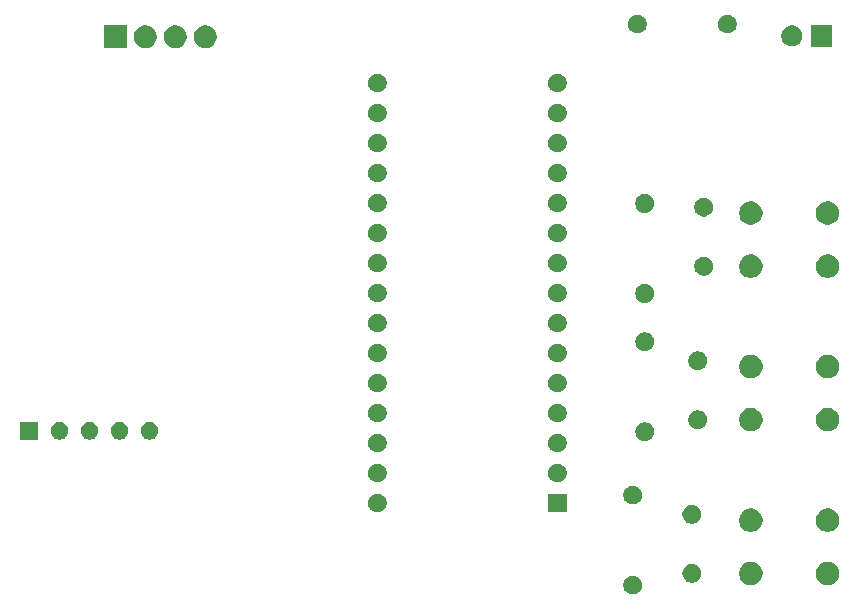
<source format=gbr>
G04 #@! TF.GenerationSoftware,KiCad,Pcbnew,9.0.4*
G04 #@! TF.CreationDate,2025-08-25T12:39:34+03:00*
G04 #@! TF.ProjectId,power supply,706f7765-7220-4737-9570-706c792e6b69,rev?*
G04 #@! TF.SameCoordinates,Original*
G04 #@! TF.FileFunction,Soldermask,Top*
G04 #@! TF.FilePolarity,Negative*
%FSLAX46Y46*%
G04 Gerber Fmt 4.6, Leading zero omitted, Abs format (unit mm)*
G04 Created by KiCad (PCBNEW 9.0.4) date 2025-08-25 12:39:34*
%MOMM*%
%LPD*%
G01*
G04 APERTURE LIST*
G04 APERTURE END LIST*
G36*
X146832228Y-122934448D02*
G01*
X146977117Y-122994463D01*
X147107515Y-123081592D01*
X147218408Y-123192485D01*
X147305537Y-123322883D01*
X147365552Y-123467772D01*
X147396148Y-123621586D01*
X147396148Y-123778414D01*
X147365552Y-123932228D01*
X147305537Y-124077117D01*
X147218408Y-124207515D01*
X147107515Y-124318408D01*
X146977117Y-124405537D01*
X146832228Y-124465552D01*
X146678414Y-124496148D01*
X146521586Y-124496148D01*
X146367772Y-124465552D01*
X146222883Y-124405537D01*
X146092485Y-124318408D01*
X145981592Y-124207515D01*
X145894463Y-124077117D01*
X145834448Y-123932228D01*
X145803852Y-123778414D01*
X145803852Y-123621586D01*
X145834448Y-123467772D01*
X145894463Y-123322883D01*
X145981592Y-123192485D01*
X146092485Y-123081592D01*
X146222883Y-122994463D01*
X146367772Y-122934448D01*
X146521586Y-122903852D01*
X146678414Y-122903852D01*
X146832228Y-122934448D01*
G37*
G36*
X156890285Y-121743060D02*
G01*
X157071397Y-121818079D01*
X157234393Y-121926990D01*
X157373010Y-122065607D01*
X157481921Y-122228603D01*
X157556940Y-122409715D01*
X157595185Y-122601983D01*
X157595185Y-122798017D01*
X157556940Y-122990285D01*
X157481921Y-123171397D01*
X157373010Y-123334393D01*
X157234393Y-123473010D01*
X157071397Y-123581921D01*
X156890285Y-123656940D01*
X156698017Y-123695185D01*
X156501983Y-123695185D01*
X156309715Y-123656940D01*
X156128603Y-123581921D01*
X155965607Y-123473010D01*
X155826990Y-123334393D01*
X155718079Y-123171397D01*
X155643060Y-122990285D01*
X155604815Y-122798017D01*
X155604815Y-122601983D01*
X155643060Y-122409715D01*
X155718079Y-122228603D01*
X155826990Y-122065607D01*
X155965607Y-121926990D01*
X156128603Y-121818079D01*
X156309715Y-121743060D01*
X156501983Y-121704815D01*
X156698017Y-121704815D01*
X156890285Y-121743060D01*
G37*
G36*
X163390285Y-121743060D02*
G01*
X163571397Y-121818079D01*
X163734393Y-121926990D01*
X163873010Y-122065607D01*
X163981921Y-122228603D01*
X164056940Y-122409715D01*
X164095185Y-122601983D01*
X164095185Y-122798017D01*
X164056940Y-122990285D01*
X163981921Y-123171397D01*
X163873010Y-123334393D01*
X163734393Y-123473010D01*
X163571397Y-123581921D01*
X163390285Y-123656940D01*
X163198017Y-123695185D01*
X163001983Y-123695185D01*
X162809715Y-123656940D01*
X162628603Y-123581921D01*
X162465607Y-123473010D01*
X162326990Y-123334393D01*
X162218079Y-123171397D01*
X162143060Y-122990285D01*
X162104815Y-122798017D01*
X162104815Y-122601983D01*
X162143060Y-122409715D01*
X162218079Y-122228603D01*
X162326990Y-122065607D01*
X162465607Y-121926990D01*
X162628603Y-121818079D01*
X162809715Y-121743060D01*
X163001983Y-121704815D01*
X163198017Y-121704815D01*
X163390285Y-121743060D01*
G37*
G36*
X151832228Y-121934448D02*
G01*
X151977117Y-121994463D01*
X152107515Y-122081592D01*
X152218408Y-122192485D01*
X152305537Y-122322883D01*
X152365552Y-122467772D01*
X152396148Y-122621586D01*
X152396148Y-122778414D01*
X152365552Y-122932228D01*
X152305537Y-123077117D01*
X152218408Y-123207515D01*
X152107515Y-123318408D01*
X151977117Y-123405537D01*
X151832228Y-123465552D01*
X151678414Y-123496148D01*
X151521586Y-123496148D01*
X151367772Y-123465552D01*
X151222883Y-123405537D01*
X151092485Y-123318408D01*
X150981592Y-123207515D01*
X150894463Y-123077117D01*
X150834448Y-122932228D01*
X150803852Y-122778414D01*
X150803852Y-122621586D01*
X150834448Y-122467772D01*
X150894463Y-122322883D01*
X150981592Y-122192485D01*
X151092485Y-122081592D01*
X151222883Y-121994463D01*
X151367772Y-121934448D01*
X151521586Y-121903852D01*
X151678414Y-121903852D01*
X151832228Y-121934448D01*
G37*
G36*
X156890285Y-117243060D02*
G01*
X157071397Y-117318079D01*
X157234393Y-117426990D01*
X157373010Y-117565607D01*
X157481921Y-117728603D01*
X157556940Y-117909715D01*
X157595185Y-118101983D01*
X157595185Y-118298017D01*
X157556940Y-118490285D01*
X157481921Y-118671397D01*
X157373010Y-118834393D01*
X157234393Y-118973010D01*
X157071397Y-119081921D01*
X156890285Y-119156940D01*
X156698017Y-119195185D01*
X156501983Y-119195185D01*
X156309715Y-119156940D01*
X156128603Y-119081921D01*
X155965607Y-118973010D01*
X155826990Y-118834393D01*
X155718079Y-118671397D01*
X155643060Y-118490285D01*
X155604815Y-118298017D01*
X155604815Y-118101983D01*
X155643060Y-117909715D01*
X155718079Y-117728603D01*
X155826990Y-117565607D01*
X155965607Y-117426990D01*
X156128603Y-117318079D01*
X156309715Y-117243060D01*
X156501983Y-117204815D01*
X156698017Y-117204815D01*
X156890285Y-117243060D01*
G37*
G36*
X163390285Y-117243060D02*
G01*
X163571397Y-117318079D01*
X163734393Y-117426990D01*
X163873010Y-117565607D01*
X163981921Y-117728603D01*
X164056940Y-117909715D01*
X164095185Y-118101983D01*
X164095185Y-118298017D01*
X164056940Y-118490285D01*
X163981921Y-118671397D01*
X163873010Y-118834393D01*
X163734393Y-118973010D01*
X163571397Y-119081921D01*
X163390285Y-119156940D01*
X163198017Y-119195185D01*
X163001983Y-119195185D01*
X162809715Y-119156940D01*
X162628603Y-119081921D01*
X162465607Y-118973010D01*
X162326990Y-118834393D01*
X162218079Y-118671397D01*
X162143060Y-118490285D01*
X162104815Y-118298017D01*
X162104815Y-118101983D01*
X162143060Y-117909715D01*
X162218079Y-117728603D01*
X162326990Y-117565607D01*
X162465607Y-117426990D01*
X162628603Y-117318079D01*
X162809715Y-117243060D01*
X163001983Y-117204815D01*
X163198017Y-117204815D01*
X163390285Y-117243060D01*
G37*
G36*
X151832228Y-116934448D02*
G01*
X151977117Y-116994463D01*
X152107515Y-117081592D01*
X152218408Y-117192485D01*
X152305537Y-117322883D01*
X152365552Y-117467772D01*
X152396148Y-117621586D01*
X152396148Y-117778414D01*
X152365552Y-117932228D01*
X152305537Y-118077117D01*
X152218408Y-118207515D01*
X152107515Y-118318408D01*
X151977117Y-118405537D01*
X151832228Y-118465552D01*
X151678414Y-118496148D01*
X151521586Y-118496148D01*
X151367772Y-118465552D01*
X151222883Y-118405537D01*
X151092485Y-118318408D01*
X150981592Y-118207515D01*
X150894463Y-118077117D01*
X150834448Y-117932228D01*
X150803852Y-117778414D01*
X150803852Y-117621586D01*
X150834448Y-117467772D01*
X150894463Y-117322883D01*
X150981592Y-117192485D01*
X151092485Y-117081592D01*
X151222883Y-116994463D01*
X151367772Y-116934448D01*
X151521586Y-116903852D01*
X151678414Y-116903852D01*
X151832228Y-116934448D01*
G37*
G36*
X141010000Y-117550000D02*
G01*
X139410000Y-117550000D01*
X139410000Y-115950000D01*
X141010000Y-115950000D01*
X141010000Y-117550000D01*
G37*
G36*
X125202228Y-115984448D02*
G01*
X125347117Y-116044463D01*
X125477515Y-116131592D01*
X125588408Y-116242485D01*
X125675537Y-116372883D01*
X125735552Y-116517772D01*
X125766148Y-116671586D01*
X125766148Y-116828414D01*
X125735552Y-116982228D01*
X125675537Y-117127117D01*
X125588408Y-117257515D01*
X125477515Y-117368408D01*
X125347117Y-117455537D01*
X125202228Y-117515552D01*
X125048414Y-117546148D01*
X124891586Y-117546148D01*
X124737772Y-117515552D01*
X124592883Y-117455537D01*
X124462485Y-117368408D01*
X124351592Y-117257515D01*
X124264463Y-117127117D01*
X124204448Y-116982228D01*
X124173852Y-116828414D01*
X124173852Y-116671586D01*
X124204448Y-116517772D01*
X124264463Y-116372883D01*
X124351592Y-116242485D01*
X124462485Y-116131592D01*
X124592883Y-116044463D01*
X124737772Y-115984448D01*
X124891586Y-115953852D01*
X125048414Y-115953852D01*
X125202228Y-115984448D01*
G37*
G36*
X146832228Y-115314448D02*
G01*
X146977117Y-115374463D01*
X147107515Y-115461592D01*
X147218408Y-115572485D01*
X147305537Y-115702883D01*
X147365552Y-115847772D01*
X147396148Y-116001586D01*
X147396148Y-116158414D01*
X147365552Y-116312228D01*
X147305537Y-116457117D01*
X147218408Y-116587515D01*
X147107515Y-116698408D01*
X146977117Y-116785537D01*
X146832228Y-116845552D01*
X146678414Y-116876148D01*
X146521586Y-116876148D01*
X146367772Y-116845552D01*
X146222883Y-116785537D01*
X146092485Y-116698408D01*
X145981592Y-116587515D01*
X145894463Y-116457117D01*
X145834448Y-116312228D01*
X145803852Y-116158414D01*
X145803852Y-116001586D01*
X145834448Y-115847772D01*
X145894463Y-115702883D01*
X145981592Y-115572485D01*
X146092485Y-115461592D01*
X146222883Y-115374463D01*
X146367772Y-115314448D01*
X146521586Y-115283852D01*
X146678414Y-115283852D01*
X146832228Y-115314448D01*
G37*
G36*
X125202228Y-113444448D02*
G01*
X125347117Y-113504463D01*
X125477515Y-113591592D01*
X125588408Y-113702485D01*
X125675537Y-113832883D01*
X125735552Y-113977772D01*
X125766148Y-114131586D01*
X125766148Y-114288414D01*
X125735552Y-114442228D01*
X125675537Y-114587117D01*
X125588408Y-114717515D01*
X125477515Y-114828408D01*
X125347117Y-114915537D01*
X125202228Y-114975552D01*
X125048414Y-115006148D01*
X124891586Y-115006148D01*
X124737772Y-114975552D01*
X124592883Y-114915537D01*
X124462485Y-114828408D01*
X124351592Y-114717515D01*
X124264463Y-114587117D01*
X124204448Y-114442228D01*
X124173852Y-114288414D01*
X124173852Y-114131586D01*
X124204448Y-113977772D01*
X124264463Y-113832883D01*
X124351592Y-113702485D01*
X124462485Y-113591592D01*
X124592883Y-113504463D01*
X124737772Y-113444448D01*
X124891586Y-113413852D01*
X125048414Y-113413852D01*
X125202228Y-113444448D01*
G37*
G36*
X140442228Y-113444448D02*
G01*
X140587117Y-113504463D01*
X140717515Y-113591592D01*
X140828408Y-113702485D01*
X140915537Y-113832883D01*
X140975552Y-113977772D01*
X141006148Y-114131586D01*
X141006148Y-114288414D01*
X140975552Y-114442228D01*
X140915537Y-114587117D01*
X140828408Y-114717515D01*
X140717515Y-114828408D01*
X140587117Y-114915537D01*
X140442228Y-114975552D01*
X140288414Y-115006148D01*
X140131586Y-115006148D01*
X139977772Y-114975552D01*
X139832883Y-114915537D01*
X139702485Y-114828408D01*
X139591592Y-114717515D01*
X139504463Y-114587117D01*
X139444448Y-114442228D01*
X139413852Y-114288414D01*
X139413852Y-114131586D01*
X139444448Y-113977772D01*
X139504463Y-113832883D01*
X139591592Y-113702485D01*
X139702485Y-113591592D01*
X139832883Y-113504463D01*
X139977772Y-113444448D01*
X140131586Y-113413852D01*
X140288414Y-113413852D01*
X140442228Y-113444448D01*
G37*
G36*
X125202228Y-110904448D02*
G01*
X125347117Y-110964463D01*
X125477515Y-111051592D01*
X125588408Y-111162485D01*
X125675537Y-111292883D01*
X125735552Y-111437772D01*
X125766148Y-111591586D01*
X125766148Y-111748414D01*
X125735552Y-111902228D01*
X125675537Y-112047117D01*
X125588408Y-112177515D01*
X125477515Y-112288408D01*
X125347117Y-112375537D01*
X125202228Y-112435552D01*
X125048414Y-112466148D01*
X124891586Y-112466148D01*
X124737772Y-112435552D01*
X124592883Y-112375537D01*
X124462485Y-112288408D01*
X124351592Y-112177515D01*
X124264463Y-112047117D01*
X124204448Y-111902228D01*
X124173852Y-111748414D01*
X124173852Y-111591586D01*
X124204448Y-111437772D01*
X124264463Y-111292883D01*
X124351592Y-111162485D01*
X124462485Y-111051592D01*
X124592883Y-110964463D01*
X124737772Y-110904448D01*
X124891586Y-110873852D01*
X125048414Y-110873852D01*
X125202228Y-110904448D01*
G37*
G36*
X140442228Y-110904448D02*
G01*
X140587117Y-110964463D01*
X140717515Y-111051592D01*
X140828408Y-111162485D01*
X140915537Y-111292883D01*
X140975552Y-111437772D01*
X141006148Y-111591586D01*
X141006148Y-111748414D01*
X140975552Y-111902228D01*
X140915537Y-112047117D01*
X140828408Y-112177515D01*
X140717515Y-112288408D01*
X140587117Y-112375537D01*
X140442228Y-112435552D01*
X140288414Y-112466148D01*
X140131586Y-112466148D01*
X139977772Y-112435552D01*
X139832883Y-112375537D01*
X139702485Y-112288408D01*
X139591592Y-112177515D01*
X139504463Y-112047117D01*
X139444448Y-111902228D01*
X139413852Y-111748414D01*
X139413852Y-111591586D01*
X139444448Y-111437772D01*
X139504463Y-111292883D01*
X139591592Y-111162485D01*
X139702485Y-111051592D01*
X139832883Y-110964463D01*
X139977772Y-110904448D01*
X140131586Y-110873852D01*
X140288414Y-110873852D01*
X140442228Y-110904448D01*
G37*
G36*
X147832228Y-109934448D02*
G01*
X147977117Y-109994463D01*
X148107515Y-110081592D01*
X148218408Y-110192485D01*
X148305537Y-110322883D01*
X148365552Y-110467772D01*
X148396148Y-110621586D01*
X148396148Y-110778414D01*
X148365552Y-110932228D01*
X148305537Y-111077117D01*
X148218408Y-111207515D01*
X148107515Y-111318408D01*
X147977117Y-111405537D01*
X147832228Y-111465552D01*
X147678414Y-111496148D01*
X147521586Y-111496148D01*
X147367772Y-111465552D01*
X147222883Y-111405537D01*
X147092485Y-111318408D01*
X146981592Y-111207515D01*
X146894463Y-111077117D01*
X146834448Y-110932228D01*
X146803852Y-110778414D01*
X146803852Y-110621586D01*
X146834448Y-110467772D01*
X146894463Y-110322883D01*
X146981592Y-110192485D01*
X147092485Y-110081592D01*
X147222883Y-109994463D01*
X147367772Y-109934448D01*
X147521586Y-109903852D01*
X147678414Y-109903852D01*
X147832228Y-109934448D01*
G37*
G36*
X96282000Y-111382000D02*
G01*
X94758000Y-111382000D01*
X94758000Y-109858000D01*
X96282000Y-109858000D01*
X96282000Y-111382000D01*
G37*
G36*
X98281197Y-109890811D02*
G01*
X98419204Y-109947976D01*
X98543408Y-110030966D01*
X98649034Y-110136592D01*
X98732024Y-110260796D01*
X98789189Y-110398803D01*
X98818331Y-110545311D01*
X98818331Y-110694689D01*
X98789189Y-110841197D01*
X98732024Y-110979204D01*
X98649034Y-111103408D01*
X98543408Y-111209034D01*
X98419204Y-111292024D01*
X98281197Y-111349189D01*
X98134689Y-111378331D01*
X97985311Y-111378331D01*
X97838803Y-111349189D01*
X97700796Y-111292024D01*
X97576592Y-111209034D01*
X97470966Y-111103408D01*
X97387976Y-110979204D01*
X97330811Y-110841197D01*
X97301669Y-110694689D01*
X97301669Y-110545311D01*
X97330811Y-110398803D01*
X97387976Y-110260796D01*
X97470966Y-110136592D01*
X97576592Y-110030966D01*
X97700796Y-109947976D01*
X97838803Y-109890811D01*
X97985311Y-109861669D01*
X98134689Y-109861669D01*
X98281197Y-109890811D01*
G37*
G36*
X100821197Y-109890811D02*
G01*
X100959204Y-109947976D01*
X101083408Y-110030966D01*
X101189034Y-110136592D01*
X101272024Y-110260796D01*
X101329189Y-110398803D01*
X101358331Y-110545311D01*
X101358331Y-110694689D01*
X101329189Y-110841197D01*
X101272024Y-110979204D01*
X101189034Y-111103408D01*
X101083408Y-111209034D01*
X100959204Y-111292024D01*
X100821197Y-111349189D01*
X100674689Y-111378331D01*
X100525311Y-111378331D01*
X100378803Y-111349189D01*
X100240796Y-111292024D01*
X100116592Y-111209034D01*
X100010966Y-111103408D01*
X99927976Y-110979204D01*
X99870811Y-110841197D01*
X99841669Y-110694689D01*
X99841669Y-110545311D01*
X99870811Y-110398803D01*
X99927976Y-110260796D01*
X100010966Y-110136592D01*
X100116592Y-110030966D01*
X100240796Y-109947976D01*
X100378803Y-109890811D01*
X100525311Y-109861669D01*
X100674689Y-109861669D01*
X100821197Y-109890811D01*
G37*
G36*
X103361197Y-109890811D02*
G01*
X103499204Y-109947976D01*
X103623408Y-110030966D01*
X103729034Y-110136592D01*
X103812024Y-110260796D01*
X103869189Y-110398803D01*
X103898331Y-110545311D01*
X103898331Y-110694689D01*
X103869189Y-110841197D01*
X103812024Y-110979204D01*
X103729034Y-111103408D01*
X103623408Y-111209034D01*
X103499204Y-111292024D01*
X103361197Y-111349189D01*
X103214689Y-111378331D01*
X103065311Y-111378331D01*
X102918803Y-111349189D01*
X102780796Y-111292024D01*
X102656592Y-111209034D01*
X102550966Y-111103408D01*
X102467976Y-110979204D01*
X102410811Y-110841197D01*
X102381669Y-110694689D01*
X102381669Y-110545311D01*
X102410811Y-110398803D01*
X102467976Y-110260796D01*
X102550966Y-110136592D01*
X102656592Y-110030966D01*
X102780796Y-109947976D01*
X102918803Y-109890811D01*
X103065311Y-109861669D01*
X103214689Y-109861669D01*
X103361197Y-109890811D01*
G37*
G36*
X105901197Y-109890811D02*
G01*
X106039204Y-109947976D01*
X106163408Y-110030966D01*
X106269034Y-110136592D01*
X106352024Y-110260796D01*
X106409189Y-110398803D01*
X106438331Y-110545311D01*
X106438331Y-110694689D01*
X106409189Y-110841197D01*
X106352024Y-110979204D01*
X106269034Y-111103408D01*
X106163408Y-111209034D01*
X106039204Y-111292024D01*
X105901197Y-111349189D01*
X105754689Y-111378331D01*
X105605311Y-111378331D01*
X105458803Y-111349189D01*
X105320796Y-111292024D01*
X105196592Y-111209034D01*
X105090966Y-111103408D01*
X105007976Y-110979204D01*
X104950811Y-110841197D01*
X104921669Y-110694689D01*
X104921669Y-110545311D01*
X104950811Y-110398803D01*
X105007976Y-110260796D01*
X105090966Y-110136592D01*
X105196592Y-110030966D01*
X105320796Y-109947976D01*
X105458803Y-109890811D01*
X105605311Y-109861669D01*
X105754689Y-109861669D01*
X105901197Y-109890811D01*
G37*
G36*
X156890285Y-108743060D02*
G01*
X157071397Y-108818079D01*
X157234393Y-108926990D01*
X157373010Y-109065607D01*
X157481921Y-109228603D01*
X157556940Y-109409715D01*
X157595185Y-109601983D01*
X157595185Y-109798017D01*
X157556940Y-109990285D01*
X157481921Y-110171397D01*
X157373010Y-110334393D01*
X157234393Y-110473010D01*
X157071397Y-110581921D01*
X156890285Y-110656940D01*
X156698017Y-110695185D01*
X156501983Y-110695185D01*
X156309715Y-110656940D01*
X156128603Y-110581921D01*
X155965607Y-110473010D01*
X155826990Y-110334393D01*
X155718079Y-110171397D01*
X155643060Y-109990285D01*
X155604815Y-109798017D01*
X155604815Y-109601983D01*
X155643060Y-109409715D01*
X155718079Y-109228603D01*
X155826990Y-109065607D01*
X155965607Y-108926990D01*
X156128603Y-108818079D01*
X156309715Y-108743060D01*
X156501983Y-108704815D01*
X156698017Y-108704815D01*
X156890285Y-108743060D01*
G37*
G36*
X163390285Y-108743060D02*
G01*
X163571397Y-108818079D01*
X163734393Y-108926990D01*
X163873010Y-109065607D01*
X163981921Y-109228603D01*
X164056940Y-109409715D01*
X164095185Y-109601983D01*
X164095185Y-109798017D01*
X164056940Y-109990285D01*
X163981921Y-110171397D01*
X163873010Y-110334393D01*
X163734393Y-110473010D01*
X163571397Y-110581921D01*
X163390285Y-110656940D01*
X163198017Y-110695185D01*
X163001983Y-110695185D01*
X162809715Y-110656940D01*
X162628603Y-110581921D01*
X162465607Y-110473010D01*
X162326990Y-110334393D01*
X162218079Y-110171397D01*
X162143060Y-109990285D01*
X162104815Y-109798017D01*
X162104815Y-109601983D01*
X162143060Y-109409715D01*
X162218079Y-109228603D01*
X162326990Y-109065607D01*
X162465607Y-108926990D01*
X162628603Y-108818079D01*
X162809715Y-108743060D01*
X163001983Y-108704815D01*
X163198017Y-108704815D01*
X163390285Y-108743060D01*
G37*
G36*
X152332228Y-108934448D02*
G01*
X152477117Y-108994463D01*
X152607515Y-109081592D01*
X152718408Y-109192485D01*
X152805537Y-109322883D01*
X152865552Y-109467772D01*
X152896148Y-109621586D01*
X152896148Y-109778414D01*
X152865552Y-109932228D01*
X152805537Y-110077117D01*
X152718408Y-110207515D01*
X152607515Y-110318408D01*
X152477117Y-110405537D01*
X152332228Y-110465552D01*
X152178414Y-110496148D01*
X152021586Y-110496148D01*
X151867772Y-110465552D01*
X151722883Y-110405537D01*
X151592485Y-110318408D01*
X151481592Y-110207515D01*
X151394463Y-110077117D01*
X151334448Y-109932228D01*
X151303852Y-109778414D01*
X151303852Y-109621586D01*
X151334448Y-109467772D01*
X151394463Y-109322883D01*
X151481592Y-109192485D01*
X151592485Y-109081592D01*
X151722883Y-108994463D01*
X151867772Y-108934448D01*
X152021586Y-108903852D01*
X152178414Y-108903852D01*
X152332228Y-108934448D01*
G37*
G36*
X125202228Y-108364448D02*
G01*
X125347117Y-108424463D01*
X125477515Y-108511592D01*
X125588408Y-108622485D01*
X125675537Y-108752883D01*
X125735552Y-108897772D01*
X125766148Y-109051586D01*
X125766148Y-109208414D01*
X125735552Y-109362228D01*
X125675537Y-109507117D01*
X125588408Y-109637515D01*
X125477515Y-109748408D01*
X125347117Y-109835537D01*
X125202228Y-109895552D01*
X125048414Y-109926148D01*
X124891586Y-109926148D01*
X124737772Y-109895552D01*
X124592883Y-109835537D01*
X124462485Y-109748408D01*
X124351592Y-109637515D01*
X124264463Y-109507117D01*
X124204448Y-109362228D01*
X124173852Y-109208414D01*
X124173852Y-109051586D01*
X124204448Y-108897772D01*
X124264463Y-108752883D01*
X124351592Y-108622485D01*
X124462485Y-108511592D01*
X124592883Y-108424463D01*
X124737772Y-108364448D01*
X124891586Y-108333852D01*
X125048414Y-108333852D01*
X125202228Y-108364448D01*
G37*
G36*
X140442228Y-108364448D02*
G01*
X140587117Y-108424463D01*
X140717515Y-108511592D01*
X140828408Y-108622485D01*
X140915537Y-108752883D01*
X140975552Y-108897772D01*
X141006148Y-109051586D01*
X141006148Y-109208414D01*
X140975552Y-109362228D01*
X140915537Y-109507117D01*
X140828408Y-109637515D01*
X140717515Y-109748408D01*
X140587117Y-109835537D01*
X140442228Y-109895552D01*
X140288414Y-109926148D01*
X140131586Y-109926148D01*
X139977772Y-109895552D01*
X139832883Y-109835537D01*
X139702485Y-109748408D01*
X139591592Y-109637515D01*
X139504463Y-109507117D01*
X139444448Y-109362228D01*
X139413852Y-109208414D01*
X139413852Y-109051586D01*
X139444448Y-108897772D01*
X139504463Y-108752883D01*
X139591592Y-108622485D01*
X139702485Y-108511592D01*
X139832883Y-108424463D01*
X139977772Y-108364448D01*
X140131586Y-108333852D01*
X140288414Y-108333852D01*
X140442228Y-108364448D01*
G37*
G36*
X125202228Y-105824448D02*
G01*
X125347117Y-105884463D01*
X125477515Y-105971592D01*
X125588408Y-106082485D01*
X125675537Y-106212883D01*
X125735552Y-106357772D01*
X125766148Y-106511586D01*
X125766148Y-106668414D01*
X125735552Y-106822228D01*
X125675537Y-106967117D01*
X125588408Y-107097515D01*
X125477515Y-107208408D01*
X125347117Y-107295537D01*
X125202228Y-107355552D01*
X125048414Y-107386148D01*
X124891586Y-107386148D01*
X124737772Y-107355552D01*
X124592883Y-107295537D01*
X124462485Y-107208408D01*
X124351592Y-107097515D01*
X124264463Y-106967117D01*
X124204448Y-106822228D01*
X124173852Y-106668414D01*
X124173852Y-106511586D01*
X124204448Y-106357772D01*
X124264463Y-106212883D01*
X124351592Y-106082485D01*
X124462485Y-105971592D01*
X124592883Y-105884463D01*
X124737772Y-105824448D01*
X124891586Y-105793852D01*
X125048414Y-105793852D01*
X125202228Y-105824448D01*
G37*
G36*
X140442228Y-105824448D02*
G01*
X140587117Y-105884463D01*
X140717515Y-105971592D01*
X140828408Y-106082485D01*
X140915537Y-106212883D01*
X140975552Y-106357772D01*
X141006148Y-106511586D01*
X141006148Y-106668414D01*
X140975552Y-106822228D01*
X140915537Y-106967117D01*
X140828408Y-107097515D01*
X140717515Y-107208408D01*
X140587117Y-107295537D01*
X140442228Y-107355552D01*
X140288414Y-107386148D01*
X140131586Y-107386148D01*
X139977772Y-107355552D01*
X139832883Y-107295537D01*
X139702485Y-107208408D01*
X139591592Y-107097515D01*
X139504463Y-106967117D01*
X139444448Y-106822228D01*
X139413852Y-106668414D01*
X139413852Y-106511586D01*
X139444448Y-106357772D01*
X139504463Y-106212883D01*
X139591592Y-106082485D01*
X139702485Y-105971592D01*
X139832883Y-105884463D01*
X139977772Y-105824448D01*
X140131586Y-105793852D01*
X140288414Y-105793852D01*
X140442228Y-105824448D01*
G37*
G36*
X156890285Y-104243060D02*
G01*
X157071397Y-104318079D01*
X157234393Y-104426990D01*
X157373010Y-104565607D01*
X157481921Y-104728603D01*
X157556940Y-104909715D01*
X157595185Y-105101983D01*
X157595185Y-105298017D01*
X157556940Y-105490285D01*
X157481921Y-105671397D01*
X157373010Y-105834393D01*
X157234393Y-105973010D01*
X157071397Y-106081921D01*
X156890285Y-106156940D01*
X156698017Y-106195185D01*
X156501983Y-106195185D01*
X156309715Y-106156940D01*
X156128603Y-106081921D01*
X155965607Y-105973010D01*
X155826990Y-105834393D01*
X155718079Y-105671397D01*
X155643060Y-105490285D01*
X155604815Y-105298017D01*
X155604815Y-105101983D01*
X155643060Y-104909715D01*
X155718079Y-104728603D01*
X155826990Y-104565607D01*
X155965607Y-104426990D01*
X156128603Y-104318079D01*
X156309715Y-104243060D01*
X156501983Y-104204815D01*
X156698017Y-104204815D01*
X156890285Y-104243060D01*
G37*
G36*
X163390285Y-104243060D02*
G01*
X163571397Y-104318079D01*
X163734393Y-104426990D01*
X163873010Y-104565607D01*
X163981921Y-104728603D01*
X164056940Y-104909715D01*
X164095185Y-105101983D01*
X164095185Y-105298017D01*
X164056940Y-105490285D01*
X163981921Y-105671397D01*
X163873010Y-105834393D01*
X163734393Y-105973010D01*
X163571397Y-106081921D01*
X163390285Y-106156940D01*
X163198017Y-106195185D01*
X163001983Y-106195185D01*
X162809715Y-106156940D01*
X162628603Y-106081921D01*
X162465607Y-105973010D01*
X162326990Y-105834393D01*
X162218079Y-105671397D01*
X162143060Y-105490285D01*
X162104815Y-105298017D01*
X162104815Y-105101983D01*
X162143060Y-104909715D01*
X162218079Y-104728603D01*
X162326990Y-104565607D01*
X162465607Y-104426990D01*
X162628603Y-104318079D01*
X162809715Y-104243060D01*
X163001983Y-104204815D01*
X163198017Y-104204815D01*
X163390285Y-104243060D01*
G37*
G36*
X152332228Y-103934448D02*
G01*
X152477117Y-103994463D01*
X152607515Y-104081592D01*
X152718408Y-104192485D01*
X152805537Y-104322883D01*
X152865552Y-104467772D01*
X152896148Y-104621586D01*
X152896148Y-104778414D01*
X152865552Y-104932228D01*
X152805537Y-105077117D01*
X152718408Y-105207515D01*
X152607515Y-105318408D01*
X152477117Y-105405537D01*
X152332228Y-105465552D01*
X152178414Y-105496148D01*
X152021586Y-105496148D01*
X151867772Y-105465552D01*
X151722883Y-105405537D01*
X151592485Y-105318408D01*
X151481592Y-105207515D01*
X151394463Y-105077117D01*
X151334448Y-104932228D01*
X151303852Y-104778414D01*
X151303852Y-104621586D01*
X151334448Y-104467772D01*
X151394463Y-104322883D01*
X151481592Y-104192485D01*
X151592485Y-104081592D01*
X151722883Y-103994463D01*
X151867772Y-103934448D01*
X152021586Y-103903852D01*
X152178414Y-103903852D01*
X152332228Y-103934448D01*
G37*
G36*
X125202228Y-103284448D02*
G01*
X125347117Y-103344463D01*
X125477515Y-103431592D01*
X125588408Y-103542485D01*
X125675537Y-103672883D01*
X125735552Y-103817772D01*
X125766148Y-103971586D01*
X125766148Y-104128414D01*
X125735552Y-104282228D01*
X125675537Y-104427117D01*
X125588408Y-104557515D01*
X125477515Y-104668408D01*
X125347117Y-104755537D01*
X125202228Y-104815552D01*
X125048414Y-104846148D01*
X124891586Y-104846148D01*
X124737772Y-104815552D01*
X124592883Y-104755537D01*
X124462485Y-104668408D01*
X124351592Y-104557515D01*
X124264463Y-104427117D01*
X124204448Y-104282228D01*
X124173852Y-104128414D01*
X124173852Y-103971586D01*
X124204448Y-103817772D01*
X124264463Y-103672883D01*
X124351592Y-103542485D01*
X124462485Y-103431592D01*
X124592883Y-103344463D01*
X124737772Y-103284448D01*
X124891586Y-103253852D01*
X125048414Y-103253852D01*
X125202228Y-103284448D01*
G37*
G36*
X140442228Y-103284448D02*
G01*
X140587117Y-103344463D01*
X140717515Y-103431592D01*
X140828408Y-103542485D01*
X140915537Y-103672883D01*
X140975552Y-103817772D01*
X141006148Y-103971586D01*
X141006148Y-104128414D01*
X140975552Y-104282228D01*
X140915537Y-104427117D01*
X140828408Y-104557515D01*
X140717515Y-104668408D01*
X140587117Y-104755537D01*
X140442228Y-104815552D01*
X140288414Y-104846148D01*
X140131586Y-104846148D01*
X139977772Y-104815552D01*
X139832883Y-104755537D01*
X139702485Y-104668408D01*
X139591592Y-104557515D01*
X139504463Y-104427117D01*
X139444448Y-104282228D01*
X139413852Y-104128414D01*
X139413852Y-103971586D01*
X139444448Y-103817772D01*
X139504463Y-103672883D01*
X139591592Y-103542485D01*
X139702485Y-103431592D01*
X139832883Y-103344463D01*
X139977772Y-103284448D01*
X140131586Y-103253852D01*
X140288414Y-103253852D01*
X140442228Y-103284448D01*
G37*
G36*
X147832228Y-102314448D02*
G01*
X147977117Y-102374463D01*
X148107515Y-102461592D01*
X148218408Y-102572485D01*
X148305537Y-102702883D01*
X148365552Y-102847772D01*
X148396148Y-103001586D01*
X148396148Y-103158414D01*
X148365552Y-103312228D01*
X148305537Y-103457117D01*
X148218408Y-103587515D01*
X148107515Y-103698408D01*
X147977117Y-103785537D01*
X147832228Y-103845552D01*
X147678414Y-103876148D01*
X147521586Y-103876148D01*
X147367772Y-103845552D01*
X147222883Y-103785537D01*
X147092485Y-103698408D01*
X146981592Y-103587515D01*
X146894463Y-103457117D01*
X146834448Y-103312228D01*
X146803852Y-103158414D01*
X146803852Y-103001586D01*
X146834448Y-102847772D01*
X146894463Y-102702883D01*
X146981592Y-102572485D01*
X147092485Y-102461592D01*
X147222883Y-102374463D01*
X147367772Y-102314448D01*
X147521586Y-102283852D01*
X147678414Y-102283852D01*
X147832228Y-102314448D01*
G37*
G36*
X125202228Y-100744448D02*
G01*
X125347117Y-100804463D01*
X125477515Y-100891592D01*
X125588408Y-101002485D01*
X125675537Y-101132883D01*
X125735552Y-101277772D01*
X125766148Y-101431586D01*
X125766148Y-101588414D01*
X125735552Y-101742228D01*
X125675537Y-101887117D01*
X125588408Y-102017515D01*
X125477515Y-102128408D01*
X125347117Y-102215537D01*
X125202228Y-102275552D01*
X125048414Y-102306148D01*
X124891586Y-102306148D01*
X124737772Y-102275552D01*
X124592883Y-102215537D01*
X124462485Y-102128408D01*
X124351592Y-102017515D01*
X124264463Y-101887117D01*
X124204448Y-101742228D01*
X124173852Y-101588414D01*
X124173852Y-101431586D01*
X124204448Y-101277772D01*
X124264463Y-101132883D01*
X124351592Y-101002485D01*
X124462485Y-100891592D01*
X124592883Y-100804463D01*
X124737772Y-100744448D01*
X124891586Y-100713852D01*
X125048414Y-100713852D01*
X125202228Y-100744448D01*
G37*
G36*
X140442228Y-100744448D02*
G01*
X140587117Y-100804463D01*
X140717515Y-100891592D01*
X140828408Y-101002485D01*
X140915537Y-101132883D01*
X140975552Y-101277772D01*
X141006148Y-101431586D01*
X141006148Y-101588414D01*
X140975552Y-101742228D01*
X140915537Y-101887117D01*
X140828408Y-102017515D01*
X140717515Y-102128408D01*
X140587117Y-102215537D01*
X140442228Y-102275552D01*
X140288414Y-102306148D01*
X140131586Y-102306148D01*
X139977772Y-102275552D01*
X139832883Y-102215537D01*
X139702485Y-102128408D01*
X139591592Y-102017515D01*
X139504463Y-101887117D01*
X139444448Y-101742228D01*
X139413852Y-101588414D01*
X139413852Y-101431586D01*
X139444448Y-101277772D01*
X139504463Y-101132883D01*
X139591592Y-101002485D01*
X139702485Y-100891592D01*
X139832883Y-100804463D01*
X139977772Y-100744448D01*
X140131586Y-100713852D01*
X140288414Y-100713852D01*
X140442228Y-100744448D01*
G37*
G36*
X147832228Y-98244448D02*
G01*
X147977117Y-98304463D01*
X148107515Y-98391592D01*
X148218408Y-98502485D01*
X148305537Y-98632883D01*
X148365552Y-98777772D01*
X148396148Y-98931586D01*
X148396148Y-99088414D01*
X148365552Y-99242228D01*
X148305537Y-99387117D01*
X148218408Y-99517515D01*
X148107515Y-99628408D01*
X147977117Y-99715537D01*
X147832228Y-99775552D01*
X147678414Y-99806148D01*
X147521586Y-99806148D01*
X147367772Y-99775552D01*
X147222883Y-99715537D01*
X147092485Y-99628408D01*
X146981592Y-99517515D01*
X146894463Y-99387117D01*
X146834448Y-99242228D01*
X146803852Y-99088414D01*
X146803852Y-98931586D01*
X146834448Y-98777772D01*
X146894463Y-98632883D01*
X146981592Y-98502485D01*
X147092485Y-98391592D01*
X147222883Y-98304463D01*
X147367772Y-98244448D01*
X147521586Y-98213852D01*
X147678414Y-98213852D01*
X147832228Y-98244448D01*
G37*
G36*
X125202228Y-98204448D02*
G01*
X125347117Y-98264463D01*
X125477515Y-98351592D01*
X125588408Y-98462485D01*
X125675537Y-98592883D01*
X125735552Y-98737772D01*
X125766148Y-98891586D01*
X125766148Y-99048414D01*
X125735552Y-99202228D01*
X125675537Y-99347117D01*
X125588408Y-99477515D01*
X125477515Y-99588408D01*
X125347117Y-99675537D01*
X125202228Y-99735552D01*
X125048414Y-99766148D01*
X124891586Y-99766148D01*
X124737772Y-99735552D01*
X124592883Y-99675537D01*
X124462485Y-99588408D01*
X124351592Y-99477515D01*
X124264463Y-99347117D01*
X124204448Y-99202228D01*
X124173852Y-99048414D01*
X124173852Y-98891586D01*
X124204448Y-98737772D01*
X124264463Y-98592883D01*
X124351592Y-98462485D01*
X124462485Y-98351592D01*
X124592883Y-98264463D01*
X124737772Y-98204448D01*
X124891586Y-98173852D01*
X125048414Y-98173852D01*
X125202228Y-98204448D01*
G37*
G36*
X140442228Y-98204448D02*
G01*
X140587117Y-98264463D01*
X140717515Y-98351592D01*
X140828408Y-98462485D01*
X140915537Y-98592883D01*
X140975552Y-98737772D01*
X141006148Y-98891586D01*
X141006148Y-99048414D01*
X140975552Y-99202228D01*
X140915537Y-99347117D01*
X140828408Y-99477515D01*
X140717515Y-99588408D01*
X140587117Y-99675537D01*
X140442228Y-99735552D01*
X140288414Y-99766148D01*
X140131586Y-99766148D01*
X139977772Y-99735552D01*
X139832883Y-99675537D01*
X139702485Y-99588408D01*
X139591592Y-99477515D01*
X139504463Y-99347117D01*
X139444448Y-99202228D01*
X139413852Y-99048414D01*
X139413852Y-98891586D01*
X139444448Y-98737772D01*
X139504463Y-98592883D01*
X139591592Y-98462485D01*
X139702485Y-98351592D01*
X139832883Y-98264463D01*
X139977772Y-98204448D01*
X140131586Y-98173852D01*
X140288414Y-98173852D01*
X140442228Y-98204448D01*
G37*
G36*
X156890285Y-95743060D02*
G01*
X157071397Y-95818079D01*
X157234393Y-95926990D01*
X157373010Y-96065607D01*
X157481921Y-96228603D01*
X157556940Y-96409715D01*
X157595185Y-96601983D01*
X157595185Y-96798017D01*
X157556940Y-96990285D01*
X157481921Y-97171397D01*
X157373010Y-97334393D01*
X157234393Y-97473010D01*
X157071397Y-97581921D01*
X156890285Y-97656940D01*
X156698017Y-97695185D01*
X156501983Y-97695185D01*
X156309715Y-97656940D01*
X156128603Y-97581921D01*
X155965607Y-97473010D01*
X155826990Y-97334393D01*
X155718079Y-97171397D01*
X155643060Y-96990285D01*
X155604815Y-96798017D01*
X155604815Y-96601983D01*
X155643060Y-96409715D01*
X155718079Y-96228603D01*
X155826990Y-96065607D01*
X155965607Y-95926990D01*
X156128603Y-95818079D01*
X156309715Y-95743060D01*
X156501983Y-95704815D01*
X156698017Y-95704815D01*
X156890285Y-95743060D01*
G37*
G36*
X163390285Y-95743060D02*
G01*
X163571397Y-95818079D01*
X163734393Y-95926990D01*
X163873010Y-96065607D01*
X163981921Y-96228603D01*
X164056940Y-96409715D01*
X164095185Y-96601983D01*
X164095185Y-96798017D01*
X164056940Y-96990285D01*
X163981921Y-97171397D01*
X163873010Y-97334393D01*
X163734393Y-97473010D01*
X163571397Y-97581921D01*
X163390285Y-97656940D01*
X163198017Y-97695185D01*
X163001983Y-97695185D01*
X162809715Y-97656940D01*
X162628603Y-97581921D01*
X162465607Y-97473010D01*
X162326990Y-97334393D01*
X162218079Y-97171397D01*
X162143060Y-96990285D01*
X162104815Y-96798017D01*
X162104815Y-96601983D01*
X162143060Y-96409715D01*
X162218079Y-96228603D01*
X162326990Y-96065607D01*
X162465607Y-95926990D01*
X162628603Y-95818079D01*
X162809715Y-95743060D01*
X163001983Y-95704815D01*
X163198017Y-95704815D01*
X163390285Y-95743060D01*
G37*
G36*
X152832228Y-95934448D02*
G01*
X152977117Y-95994463D01*
X153107515Y-96081592D01*
X153218408Y-96192485D01*
X153305537Y-96322883D01*
X153365552Y-96467772D01*
X153396148Y-96621586D01*
X153396148Y-96778414D01*
X153365552Y-96932228D01*
X153305537Y-97077117D01*
X153218408Y-97207515D01*
X153107515Y-97318408D01*
X152977117Y-97405537D01*
X152832228Y-97465552D01*
X152678414Y-97496148D01*
X152521586Y-97496148D01*
X152367772Y-97465552D01*
X152222883Y-97405537D01*
X152092485Y-97318408D01*
X151981592Y-97207515D01*
X151894463Y-97077117D01*
X151834448Y-96932228D01*
X151803852Y-96778414D01*
X151803852Y-96621586D01*
X151834448Y-96467772D01*
X151894463Y-96322883D01*
X151981592Y-96192485D01*
X152092485Y-96081592D01*
X152222883Y-95994463D01*
X152367772Y-95934448D01*
X152521586Y-95903852D01*
X152678414Y-95903852D01*
X152832228Y-95934448D01*
G37*
G36*
X125202228Y-95664448D02*
G01*
X125347117Y-95724463D01*
X125477515Y-95811592D01*
X125588408Y-95922485D01*
X125675537Y-96052883D01*
X125735552Y-96197772D01*
X125766148Y-96351586D01*
X125766148Y-96508414D01*
X125735552Y-96662228D01*
X125675537Y-96807117D01*
X125588408Y-96937515D01*
X125477515Y-97048408D01*
X125347117Y-97135537D01*
X125202228Y-97195552D01*
X125048414Y-97226148D01*
X124891586Y-97226148D01*
X124737772Y-97195552D01*
X124592883Y-97135537D01*
X124462485Y-97048408D01*
X124351592Y-96937515D01*
X124264463Y-96807117D01*
X124204448Y-96662228D01*
X124173852Y-96508414D01*
X124173852Y-96351586D01*
X124204448Y-96197772D01*
X124264463Y-96052883D01*
X124351592Y-95922485D01*
X124462485Y-95811592D01*
X124592883Y-95724463D01*
X124737772Y-95664448D01*
X124891586Y-95633852D01*
X125048414Y-95633852D01*
X125202228Y-95664448D01*
G37*
G36*
X140442228Y-95664448D02*
G01*
X140587117Y-95724463D01*
X140717515Y-95811592D01*
X140828408Y-95922485D01*
X140915537Y-96052883D01*
X140975552Y-96197772D01*
X141006148Y-96351586D01*
X141006148Y-96508414D01*
X140975552Y-96662228D01*
X140915537Y-96807117D01*
X140828408Y-96937515D01*
X140717515Y-97048408D01*
X140587117Y-97135537D01*
X140442228Y-97195552D01*
X140288414Y-97226148D01*
X140131586Y-97226148D01*
X139977772Y-97195552D01*
X139832883Y-97135537D01*
X139702485Y-97048408D01*
X139591592Y-96937515D01*
X139504463Y-96807117D01*
X139444448Y-96662228D01*
X139413852Y-96508414D01*
X139413852Y-96351586D01*
X139444448Y-96197772D01*
X139504463Y-96052883D01*
X139591592Y-95922485D01*
X139702485Y-95811592D01*
X139832883Y-95724463D01*
X139977772Y-95664448D01*
X140131586Y-95633852D01*
X140288414Y-95633852D01*
X140442228Y-95664448D01*
G37*
G36*
X125202228Y-93124448D02*
G01*
X125347117Y-93184463D01*
X125477515Y-93271592D01*
X125588408Y-93382485D01*
X125675537Y-93512883D01*
X125735552Y-93657772D01*
X125766148Y-93811586D01*
X125766148Y-93968414D01*
X125735552Y-94122228D01*
X125675537Y-94267117D01*
X125588408Y-94397515D01*
X125477515Y-94508408D01*
X125347117Y-94595537D01*
X125202228Y-94655552D01*
X125048414Y-94686148D01*
X124891586Y-94686148D01*
X124737772Y-94655552D01*
X124592883Y-94595537D01*
X124462485Y-94508408D01*
X124351592Y-94397515D01*
X124264463Y-94267117D01*
X124204448Y-94122228D01*
X124173852Y-93968414D01*
X124173852Y-93811586D01*
X124204448Y-93657772D01*
X124264463Y-93512883D01*
X124351592Y-93382485D01*
X124462485Y-93271592D01*
X124592883Y-93184463D01*
X124737772Y-93124448D01*
X124891586Y-93093852D01*
X125048414Y-93093852D01*
X125202228Y-93124448D01*
G37*
G36*
X140442228Y-93124448D02*
G01*
X140587117Y-93184463D01*
X140717515Y-93271592D01*
X140828408Y-93382485D01*
X140915537Y-93512883D01*
X140975552Y-93657772D01*
X141006148Y-93811586D01*
X141006148Y-93968414D01*
X140975552Y-94122228D01*
X140915537Y-94267117D01*
X140828408Y-94397515D01*
X140717515Y-94508408D01*
X140587117Y-94595537D01*
X140442228Y-94655552D01*
X140288414Y-94686148D01*
X140131586Y-94686148D01*
X139977772Y-94655552D01*
X139832883Y-94595537D01*
X139702485Y-94508408D01*
X139591592Y-94397515D01*
X139504463Y-94267117D01*
X139444448Y-94122228D01*
X139413852Y-93968414D01*
X139413852Y-93811586D01*
X139444448Y-93657772D01*
X139504463Y-93512883D01*
X139591592Y-93382485D01*
X139702485Y-93271592D01*
X139832883Y-93184463D01*
X139977772Y-93124448D01*
X140131586Y-93093852D01*
X140288414Y-93093852D01*
X140442228Y-93124448D01*
G37*
G36*
X156890285Y-91243060D02*
G01*
X157071397Y-91318079D01*
X157234393Y-91426990D01*
X157373010Y-91565607D01*
X157481921Y-91728603D01*
X157556940Y-91909715D01*
X157595185Y-92101983D01*
X157595185Y-92298017D01*
X157556940Y-92490285D01*
X157481921Y-92671397D01*
X157373010Y-92834393D01*
X157234393Y-92973010D01*
X157071397Y-93081921D01*
X156890285Y-93156940D01*
X156698017Y-93195185D01*
X156501983Y-93195185D01*
X156309715Y-93156940D01*
X156128603Y-93081921D01*
X155965607Y-92973010D01*
X155826990Y-92834393D01*
X155718079Y-92671397D01*
X155643060Y-92490285D01*
X155604815Y-92298017D01*
X155604815Y-92101983D01*
X155643060Y-91909715D01*
X155718079Y-91728603D01*
X155826990Y-91565607D01*
X155965607Y-91426990D01*
X156128603Y-91318079D01*
X156309715Y-91243060D01*
X156501983Y-91204815D01*
X156698017Y-91204815D01*
X156890285Y-91243060D01*
G37*
G36*
X163390285Y-91243060D02*
G01*
X163571397Y-91318079D01*
X163734393Y-91426990D01*
X163873010Y-91565607D01*
X163981921Y-91728603D01*
X164056940Y-91909715D01*
X164095185Y-92101983D01*
X164095185Y-92298017D01*
X164056940Y-92490285D01*
X163981921Y-92671397D01*
X163873010Y-92834393D01*
X163734393Y-92973010D01*
X163571397Y-93081921D01*
X163390285Y-93156940D01*
X163198017Y-93195185D01*
X163001983Y-93195185D01*
X162809715Y-93156940D01*
X162628603Y-93081921D01*
X162465607Y-92973010D01*
X162326990Y-92834393D01*
X162218079Y-92671397D01*
X162143060Y-92490285D01*
X162104815Y-92298017D01*
X162104815Y-92101983D01*
X162143060Y-91909715D01*
X162218079Y-91728603D01*
X162326990Y-91565607D01*
X162465607Y-91426990D01*
X162628603Y-91318079D01*
X162809715Y-91243060D01*
X163001983Y-91204815D01*
X163198017Y-91204815D01*
X163390285Y-91243060D01*
G37*
G36*
X152832228Y-90934448D02*
G01*
X152977117Y-90994463D01*
X153107515Y-91081592D01*
X153218408Y-91192485D01*
X153305537Y-91322883D01*
X153365552Y-91467772D01*
X153396148Y-91621586D01*
X153396148Y-91778414D01*
X153365552Y-91932228D01*
X153305537Y-92077117D01*
X153218408Y-92207515D01*
X153107515Y-92318408D01*
X152977117Y-92405537D01*
X152832228Y-92465552D01*
X152678414Y-92496148D01*
X152521586Y-92496148D01*
X152367772Y-92465552D01*
X152222883Y-92405537D01*
X152092485Y-92318408D01*
X151981592Y-92207515D01*
X151894463Y-92077117D01*
X151834448Y-91932228D01*
X151803852Y-91778414D01*
X151803852Y-91621586D01*
X151834448Y-91467772D01*
X151894463Y-91322883D01*
X151981592Y-91192485D01*
X152092485Y-91081592D01*
X152222883Y-90994463D01*
X152367772Y-90934448D01*
X152521586Y-90903852D01*
X152678414Y-90903852D01*
X152832228Y-90934448D01*
G37*
G36*
X147832228Y-90624448D02*
G01*
X147977117Y-90684463D01*
X148107515Y-90771592D01*
X148218408Y-90882485D01*
X148305537Y-91012883D01*
X148365552Y-91157772D01*
X148396148Y-91311586D01*
X148396148Y-91468414D01*
X148365552Y-91622228D01*
X148305537Y-91767117D01*
X148218408Y-91897515D01*
X148107515Y-92008408D01*
X147977117Y-92095537D01*
X147832228Y-92155552D01*
X147678414Y-92186148D01*
X147521586Y-92186148D01*
X147367772Y-92155552D01*
X147222883Y-92095537D01*
X147092485Y-92008408D01*
X146981592Y-91897515D01*
X146894463Y-91767117D01*
X146834448Y-91622228D01*
X146803852Y-91468414D01*
X146803852Y-91311586D01*
X146834448Y-91157772D01*
X146894463Y-91012883D01*
X146981592Y-90882485D01*
X147092485Y-90771592D01*
X147222883Y-90684463D01*
X147367772Y-90624448D01*
X147521586Y-90593852D01*
X147678414Y-90593852D01*
X147832228Y-90624448D01*
G37*
G36*
X125202228Y-90584448D02*
G01*
X125347117Y-90644463D01*
X125477515Y-90731592D01*
X125588408Y-90842485D01*
X125675537Y-90972883D01*
X125735552Y-91117772D01*
X125766148Y-91271586D01*
X125766148Y-91428414D01*
X125735552Y-91582228D01*
X125675537Y-91727117D01*
X125588408Y-91857515D01*
X125477515Y-91968408D01*
X125347117Y-92055537D01*
X125202228Y-92115552D01*
X125048414Y-92146148D01*
X124891586Y-92146148D01*
X124737772Y-92115552D01*
X124592883Y-92055537D01*
X124462485Y-91968408D01*
X124351592Y-91857515D01*
X124264463Y-91727117D01*
X124204448Y-91582228D01*
X124173852Y-91428414D01*
X124173852Y-91271586D01*
X124204448Y-91117772D01*
X124264463Y-90972883D01*
X124351592Y-90842485D01*
X124462485Y-90731592D01*
X124592883Y-90644463D01*
X124737772Y-90584448D01*
X124891586Y-90553852D01*
X125048414Y-90553852D01*
X125202228Y-90584448D01*
G37*
G36*
X140442228Y-90584448D02*
G01*
X140587117Y-90644463D01*
X140717515Y-90731592D01*
X140828408Y-90842485D01*
X140915537Y-90972883D01*
X140975552Y-91117772D01*
X141006148Y-91271586D01*
X141006148Y-91428414D01*
X140975552Y-91582228D01*
X140915537Y-91727117D01*
X140828408Y-91857515D01*
X140717515Y-91968408D01*
X140587117Y-92055537D01*
X140442228Y-92115552D01*
X140288414Y-92146148D01*
X140131586Y-92146148D01*
X139977772Y-92115552D01*
X139832883Y-92055537D01*
X139702485Y-91968408D01*
X139591592Y-91857515D01*
X139504463Y-91727117D01*
X139444448Y-91582228D01*
X139413852Y-91428414D01*
X139413852Y-91271586D01*
X139444448Y-91117772D01*
X139504463Y-90972883D01*
X139591592Y-90842485D01*
X139702485Y-90731592D01*
X139832883Y-90644463D01*
X139977772Y-90584448D01*
X140131586Y-90553852D01*
X140288414Y-90553852D01*
X140442228Y-90584448D01*
G37*
G36*
X125202228Y-88044448D02*
G01*
X125347117Y-88104463D01*
X125477515Y-88191592D01*
X125588408Y-88302485D01*
X125675537Y-88432883D01*
X125735552Y-88577772D01*
X125766148Y-88731586D01*
X125766148Y-88888414D01*
X125735552Y-89042228D01*
X125675537Y-89187117D01*
X125588408Y-89317515D01*
X125477515Y-89428408D01*
X125347117Y-89515537D01*
X125202228Y-89575552D01*
X125048414Y-89606148D01*
X124891586Y-89606148D01*
X124737772Y-89575552D01*
X124592883Y-89515537D01*
X124462485Y-89428408D01*
X124351592Y-89317515D01*
X124264463Y-89187117D01*
X124204448Y-89042228D01*
X124173852Y-88888414D01*
X124173852Y-88731586D01*
X124204448Y-88577772D01*
X124264463Y-88432883D01*
X124351592Y-88302485D01*
X124462485Y-88191592D01*
X124592883Y-88104463D01*
X124737772Y-88044448D01*
X124891586Y-88013852D01*
X125048414Y-88013852D01*
X125202228Y-88044448D01*
G37*
G36*
X140442228Y-88044448D02*
G01*
X140587117Y-88104463D01*
X140717515Y-88191592D01*
X140828408Y-88302485D01*
X140915537Y-88432883D01*
X140975552Y-88577772D01*
X141006148Y-88731586D01*
X141006148Y-88888414D01*
X140975552Y-89042228D01*
X140915537Y-89187117D01*
X140828408Y-89317515D01*
X140717515Y-89428408D01*
X140587117Y-89515537D01*
X140442228Y-89575552D01*
X140288414Y-89606148D01*
X140131586Y-89606148D01*
X139977772Y-89575552D01*
X139832883Y-89515537D01*
X139702485Y-89428408D01*
X139591592Y-89317515D01*
X139504463Y-89187117D01*
X139444448Y-89042228D01*
X139413852Y-88888414D01*
X139413852Y-88731586D01*
X139444448Y-88577772D01*
X139504463Y-88432883D01*
X139591592Y-88302485D01*
X139702485Y-88191592D01*
X139832883Y-88104463D01*
X139977772Y-88044448D01*
X140131586Y-88013852D01*
X140288414Y-88013852D01*
X140442228Y-88044448D01*
G37*
G36*
X125202228Y-85504448D02*
G01*
X125347117Y-85564463D01*
X125477515Y-85651592D01*
X125588408Y-85762485D01*
X125675537Y-85892883D01*
X125735552Y-86037772D01*
X125766148Y-86191586D01*
X125766148Y-86348414D01*
X125735552Y-86502228D01*
X125675537Y-86647117D01*
X125588408Y-86777515D01*
X125477515Y-86888408D01*
X125347117Y-86975537D01*
X125202228Y-87035552D01*
X125048414Y-87066148D01*
X124891586Y-87066148D01*
X124737772Y-87035552D01*
X124592883Y-86975537D01*
X124462485Y-86888408D01*
X124351592Y-86777515D01*
X124264463Y-86647117D01*
X124204448Y-86502228D01*
X124173852Y-86348414D01*
X124173852Y-86191586D01*
X124204448Y-86037772D01*
X124264463Y-85892883D01*
X124351592Y-85762485D01*
X124462485Y-85651592D01*
X124592883Y-85564463D01*
X124737772Y-85504448D01*
X124891586Y-85473852D01*
X125048414Y-85473852D01*
X125202228Y-85504448D01*
G37*
G36*
X140442228Y-85504448D02*
G01*
X140587117Y-85564463D01*
X140717515Y-85651592D01*
X140828408Y-85762485D01*
X140915537Y-85892883D01*
X140975552Y-86037772D01*
X141006148Y-86191586D01*
X141006148Y-86348414D01*
X140975552Y-86502228D01*
X140915537Y-86647117D01*
X140828408Y-86777515D01*
X140717515Y-86888408D01*
X140587117Y-86975537D01*
X140442228Y-87035552D01*
X140288414Y-87066148D01*
X140131586Y-87066148D01*
X139977772Y-87035552D01*
X139832883Y-86975537D01*
X139702485Y-86888408D01*
X139591592Y-86777515D01*
X139504463Y-86647117D01*
X139444448Y-86502228D01*
X139413852Y-86348414D01*
X139413852Y-86191586D01*
X139444448Y-86037772D01*
X139504463Y-85892883D01*
X139591592Y-85762485D01*
X139702485Y-85651592D01*
X139832883Y-85564463D01*
X139977772Y-85504448D01*
X140131586Y-85473852D01*
X140288414Y-85473852D01*
X140442228Y-85504448D01*
G37*
G36*
X125202228Y-82964448D02*
G01*
X125347117Y-83024463D01*
X125477515Y-83111592D01*
X125588408Y-83222485D01*
X125675537Y-83352883D01*
X125735552Y-83497772D01*
X125766148Y-83651586D01*
X125766148Y-83808414D01*
X125735552Y-83962228D01*
X125675537Y-84107117D01*
X125588408Y-84237515D01*
X125477515Y-84348408D01*
X125347117Y-84435537D01*
X125202228Y-84495552D01*
X125048414Y-84526148D01*
X124891586Y-84526148D01*
X124737772Y-84495552D01*
X124592883Y-84435537D01*
X124462485Y-84348408D01*
X124351592Y-84237515D01*
X124264463Y-84107117D01*
X124204448Y-83962228D01*
X124173852Y-83808414D01*
X124173852Y-83651586D01*
X124204448Y-83497772D01*
X124264463Y-83352883D01*
X124351592Y-83222485D01*
X124462485Y-83111592D01*
X124592883Y-83024463D01*
X124737772Y-82964448D01*
X124891586Y-82933852D01*
X125048414Y-82933852D01*
X125202228Y-82964448D01*
G37*
G36*
X140442228Y-82964448D02*
G01*
X140587117Y-83024463D01*
X140717515Y-83111592D01*
X140828408Y-83222485D01*
X140915537Y-83352883D01*
X140975552Y-83497772D01*
X141006148Y-83651586D01*
X141006148Y-83808414D01*
X140975552Y-83962228D01*
X140915537Y-84107117D01*
X140828408Y-84237515D01*
X140717515Y-84348408D01*
X140587117Y-84435537D01*
X140442228Y-84495552D01*
X140288414Y-84526148D01*
X140131586Y-84526148D01*
X139977772Y-84495552D01*
X139832883Y-84435537D01*
X139702485Y-84348408D01*
X139591592Y-84237515D01*
X139504463Y-84107117D01*
X139444448Y-83962228D01*
X139413852Y-83808414D01*
X139413852Y-83651586D01*
X139444448Y-83497772D01*
X139504463Y-83352883D01*
X139591592Y-83222485D01*
X139702485Y-83111592D01*
X139832883Y-83024463D01*
X139977772Y-82964448D01*
X140131586Y-82933852D01*
X140288414Y-82933852D01*
X140442228Y-82964448D01*
G37*
G36*
X125202228Y-80424448D02*
G01*
X125347117Y-80484463D01*
X125477515Y-80571592D01*
X125588408Y-80682485D01*
X125675537Y-80812883D01*
X125735552Y-80957772D01*
X125766148Y-81111586D01*
X125766148Y-81268414D01*
X125735552Y-81422228D01*
X125675537Y-81567117D01*
X125588408Y-81697515D01*
X125477515Y-81808408D01*
X125347117Y-81895537D01*
X125202228Y-81955552D01*
X125048414Y-81986148D01*
X124891586Y-81986148D01*
X124737772Y-81955552D01*
X124592883Y-81895537D01*
X124462485Y-81808408D01*
X124351592Y-81697515D01*
X124264463Y-81567117D01*
X124204448Y-81422228D01*
X124173852Y-81268414D01*
X124173852Y-81111586D01*
X124204448Y-80957772D01*
X124264463Y-80812883D01*
X124351592Y-80682485D01*
X124462485Y-80571592D01*
X124592883Y-80484463D01*
X124737772Y-80424448D01*
X124891586Y-80393852D01*
X125048414Y-80393852D01*
X125202228Y-80424448D01*
G37*
G36*
X140442228Y-80424448D02*
G01*
X140587117Y-80484463D01*
X140717515Y-80571592D01*
X140828408Y-80682485D01*
X140915537Y-80812883D01*
X140975552Y-80957772D01*
X141006148Y-81111586D01*
X141006148Y-81268414D01*
X140975552Y-81422228D01*
X140915537Y-81567117D01*
X140828408Y-81697515D01*
X140717515Y-81808408D01*
X140587117Y-81895537D01*
X140442228Y-81955552D01*
X140288414Y-81986148D01*
X140131586Y-81986148D01*
X139977772Y-81955552D01*
X139832883Y-81895537D01*
X139702485Y-81808408D01*
X139591592Y-81697515D01*
X139504463Y-81567117D01*
X139444448Y-81422228D01*
X139413852Y-81268414D01*
X139413852Y-81111586D01*
X139444448Y-80957772D01*
X139504463Y-80812883D01*
X139591592Y-80682485D01*
X139702485Y-80571592D01*
X139832883Y-80484463D01*
X139977772Y-80424448D01*
X140131586Y-80393852D01*
X140288414Y-80393852D01*
X140442228Y-80424448D01*
G37*
G36*
X103752000Y-78232000D02*
G01*
X101828000Y-78232000D01*
X101828000Y-76308000D01*
X103752000Y-76308000D01*
X103752000Y-78232000D01*
G37*
G36*
X105609254Y-76349423D02*
G01*
X105783484Y-76421592D01*
X105940286Y-76526364D01*
X106073636Y-76659714D01*
X106178408Y-76816516D01*
X106250577Y-76990746D01*
X106287368Y-77175708D01*
X106287368Y-77364292D01*
X106250577Y-77549254D01*
X106178408Y-77723484D01*
X106073636Y-77880286D01*
X105940286Y-78013636D01*
X105783484Y-78118408D01*
X105609254Y-78190577D01*
X105424292Y-78227368D01*
X105235708Y-78227368D01*
X105050746Y-78190577D01*
X104876516Y-78118408D01*
X104719714Y-78013636D01*
X104586364Y-77880286D01*
X104481592Y-77723484D01*
X104409423Y-77549254D01*
X104372632Y-77364292D01*
X104372632Y-77175708D01*
X104409423Y-76990746D01*
X104481592Y-76816516D01*
X104586364Y-76659714D01*
X104719714Y-76526364D01*
X104876516Y-76421592D01*
X105050746Y-76349423D01*
X105235708Y-76312632D01*
X105424292Y-76312632D01*
X105609254Y-76349423D01*
G37*
G36*
X108149254Y-76349423D02*
G01*
X108323484Y-76421592D01*
X108480286Y-76526364D01*
X108613636Y-76659714D01*
X108718408Y-76816516D01*
X108790577Y-76990746D01*
X108827368Y-77175708D01*
X108827368Y-77364292D01*
X108790577Y-77549254D01*
X108718408Y-77723484D01*
X108613636Y-77880286D01*
X108480286Y-78013636D01*
X108323484Y-78118408D01*
X108149254Y-78190577D01*
X107964292Y-78227368D01*
X107775708Y-78227368D01*
X107590746Y-78190577D01*
X107416516Y-78118408D01*
X107259714Y-78013636D01*
X107126364Y-77880286D01*
X107021592Y-77723484D01*
X106949423Y-77549254D01*
X106912632Y-77364292D01*
X106912632Y-77175708D01*
X106949423Y-76990746D01*
X107021592Y-76816516D01*
X107126364Y-76659714D01*
X107259714Y-76526364D01*
X107416516Y-76421592D01*
X107590746Y-76349423D01*
X107775708Y-76312632D01*
X107964292Y-76312632D01*
X108149254Y-76349423D01*
G37*
G36*
X110689254Y-76349423D02*
G01*
X110863484Y-76421592D01*
X111020286Y-76526364D01*
X111153636Y-76659714D01*
X111258408Y-76816516D01*
X111330577Y-76990746D01*
X111367368Y-77175708D01*
X111367368Y-77364292D01*
X111330577Y-77549254D01*
X111258408Y-77723484D01*
X111153636Y-77880286D01*
X111020286Y-78013636D01*
X110863484Y-78118408D01*
X110689254Y-78190577D01*
X110504292Y-78227368D01*
X110315708Y-78227368D01*
X110130746Y-78190577D01*
X109956516Y-78118408D01*
X109799714Y-78013636D01*
X109666364Y-77880286D01*
X109561592Y-77723484D01*
X109489423Y-77549254D01*
X109452632Y-77364292D01*
X109452632Y-77175708D01*
X109489423Y-76990746D01*
X109561592Y-76816516D01*
X109666364Y-76659714D01*
X109799714Y-76526364D01*
X109956516Y-76421592D01*
X110130746Y-76349423D01*
X110315708Y-76312632D01*
X110504292Y-76312632D01*
X110689254Y-76349423D01*
G37*
G36*
X163500000Y-78100000D02*
G01*
X161700000Y-78100000D01*
X161700000Y-76300000D01*
X163500000Y-76300000D01*
X163500000Y-78100000D01*
G37*
G36*
X160321256Y-76338754D02*
G01*
X160484257Y-76406271D01*
X160630954Y-76504291D01*
X160755709Y-76629046D01*
X160853729Y-76775743D01*
X160921246Y-76938744D01*
X160955666Y-77111785D01*
X160955666Y-77288215D01*
X160921246Y-77461256D01*
X160853729Y-77624257D01*
X160755709Y-77770954D01*
X160630954Y-77895709D01*
X160484257Y-77993729D01*
X160321256Y-78061246D01*
X160148215Y-78095666D01*
X159971785Y-78095666D01*
X159798744Y-78061246D01*
X159635743Y-77993729D01*
X159489046Y-77895709D01*
X159364291Y-77770954D01*
X159266271Y-77624257D01*
X159198754Y-77461256D01*
X159164334Y-77288215D01*
X159164334Y-77111785D01*
X159198754Y-76938744D01*
X159266271Y-76775743D01*
X159364291Y-76629046D01*
X159489046Y-76504291D01*
X159635743Y-76406271D01*
X159798744Y-76338754D01*
X159971785Y-76304334D01*
X160148215Y-76304334D01*
X160321256Y-76338754D01*
G37*
G36*
X147212228Y-75434448D02*
G01*
X147357117Y-75494463D01*
X147487515Y-75581592D01*
X147598408Y-75692485D01*
X147685537Y-75822883D01*
X147745552Y-75967772D01*
X147776148Y-76121586D01*
X147776148Y-76278414D01*
X147745552Y-76432228D01*
X147685537Y-76577117D01*
X147598408Y-76707515D01*
X147487515Y-76818408D01*
X147357117Y-76905537D01*
X147212228Y-76965552D01*
X147058414Y-76996148D01*
X146901586Y-76996148D01*
X146747772Y-76965552D01*
X146602883Y-76905537D01*
X146472485Y-76818408D01*
X146361592Y-76707515D01*
X146274463Y-76577117D01*
X146214448Y-76432228D01*
X146183852Y-76278414D01*
X146183852Y-76121586D01*
X146214448Y-75967772D01*
X146274463Y-75822883D01*
X146361592Y-75692485D01*
X146472485Y-75581592D01*
X146602883Y-75494463D01*
X146747772Y-75434448D01*
X146901586Y-75403852D01*
X147058414Y-75403852D01*
X147212228Y-75434448D01*
G37*
G36*
X154832228Y-75434448D02*
G01*
X154977117Y-75494463D01*
X155107515Y-75581592D01*
X155218408Y-75692485D01*
X155305537Y-75822883D01*
X155365552Y-75967772D01*
X155396148Y-76121586D01*
X155396148Y-76278414D01*
X155365552Y-76432228D01*
X155305537Y-76577117D01*
X155218408Y-76707515D01*
X155107515Y-76818408D01*
X154977117Y-76905537D01*
X154832228Y-76965552D01*
X154678414Y-76996148D01*
X154521586Y-76996148D01*
X154367772Y-76965552D01*
X154222883Y-76905537D01*
X154092485Y-76818408D01*
X153981592Y-76707515D01*
X153894463Y-76577117D01*
X153834448Y-76432228D01*
X153803852Y-76278414D01*
X153803852Y-76121586D01*
X153834448Y-75967772D01*
X153894463Y-75822883D01*
X153981592Y-75692485D01*
X154092485Y-75581592D01*
X154222883Y-75494463D01*
X154367772Y-75434448D01*
X154521586Y-75403852D01*
X154678414Y-75403852D01*
X154832228Y-75434448D01*
G37*
M02*

</source>
